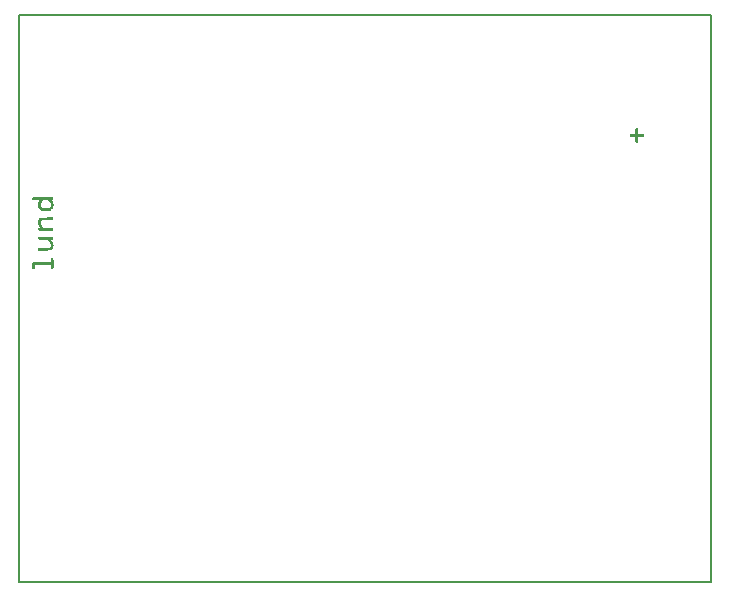
<source format=gto>
G04 MADE WITH FRITZING*
G04 WWW.FRITZING.ORG*
G04 DOUBLE SIDED*
G04 HOLES PLATED*
G04 CONTOUR ON CENTER OF CONTOUR VECTOR*
%ASAXBY*%
%FSLAX23Y23*%
%MOIN*%
%OFA0B0*%
%SFA1.0B1.0*%
%ADD10R,2.317000X1.897310X2.301000X1.881310*%
%ADD11C,0.008000*%
%ADD12R,0.001000X0.001000*%
%LNSILK1*%
G90*
G70*
G54D11*
X4Y1893D02*
X2313Y1893D01*
X2313Y4D01*
X4Y4D01*
X4Y1893D01*
D02*
G54D12*
X2064Y1515D02*
X2066Y1515D01*
X2062Y1514D02*
X2067Y1514D01*
X2061Y1513D02*
X2068Y1513D01*
X2061Y1512D02*
X2069Y1512D01*
X2060Y1511D02*
X2069Y1511D01*
X2060Y1510D02*
X2069Y1510D01*
X2060Y1509D02*
X2069Y1509D01*
X2060Y1508D02*
X2069Y1508D01*
X2060Y1507D02*
X2069Y1507D01*
X2060Y1506D02*
X2069Y1506D01*
X2060Y1505D02*
X2069Y1505D01*
X2060Y1504D02*
X2069Y1504D01*
X2060Y1503D02*
X2069Y1503D01*
X2060Y1502D02*
X2069Y1502D01*
X2060Y1501D02*
X2069Y1501D01*
X2060Y1500D02*
X2069Y1500D01*
X2060Y1499D02*
X2069Y1499D01*
X2060Y1498D02*
X2069Y1498D01*
X2060Y1497D02*
X2069Y1497D01*
X2060Y1496D02*
X2069Y1496D01*
X2043Y1495D02*
X2086Y1495D01*
X2042Y1494D02*
X2088Y1494D01*
X2041Y1493D02*
X2088Y1493D01*
X2041Y1492D02*
X2089Y1492D01*
X2041Y1491D02*
X2089Y1491D01*
X2040Y1490D02*
X2089Y1490D01*
X2041Y1489D02*
X2089Y1489D01*
X2041Y1488D02*
X2089Y1488D01*
X2042Y1487D02*
X2088Y1487D01*
X2043Y1486D02*
X2086Y1486D01*
X2060Y1485D02*
X2069Y1485D01*
X2060Y1484D02*
X2069Y1484D01*
X2060Y1483D02*
X2069Y1483D01*
X2060Y1482D02*
X2069Y1482D01*
X2060Y1481D02*
X2069Y1481D01*
X2060Y1480D02*
X2069Y1480D01*
X2060Y1479D02*
X2069Y1479D01*
X2060Y1478D02*
X2069Y1478D01*
X2060Y1477D02*
X2069Y1477D01*
X2060Y1476D02*
X2069Y1476D01*
X2060Y1475D02*
X2069Y1475D01*
X2060Y1474D02*
X2069Y1474D01*
X2060Y1473D02*
X2069Y1473D01*
X2060Y1472D02*
X2069Y1472D01*
X2060Y1471D02*
X2069Y1471D01*
X2060Y1470D02*
X2069Y1470D01*
X2061Y1469D02*
X2069Y1469D01*
X2061Y1468D02*
X2069Y1468D01*
X2062Y1467D02*
X2068Y1467D01*
X2063Y1466D02*
X2066Y1466D01*
X51Y1284D02*
X117Y1284D01*
X50Y1283D02*
X118Y1283D01*
X50Y1282D02*
X119Y1282D01*
X49Y1281D02*
X119Y1281D01*
X49Y1280D02*
X119Y1280D01*
X49Y1279D02*
X119Y1279D01*
X50Y1278D02*
X119Y1278D01*
X51Y1277D02*
X118Y1277D01*
X52Y1276D02*
X117Y1276D01*
X74Y1275D02*
X86Y1275D01*
X102Y1275D02*
X114Y1275D01*
X74Y1274D02*
X85Y1274D01*
X103Y1274D02*
X115Y1274D01*
X73Y1273D02*
X84Y1273D01*
X104Y1273D02*
X116Y1273D01*
X72Y1272D02*
X83Y1272D01*
X105Y1272D02*
X117Y1272D01*
X71Y1271D02*
X82Y1271D01*
X106Y1271D02*
X117Y1271D01*
X71Y1270D02*
X81Y1270D01*
X107Y1270D02*
X118Y1270D01*
X70Y1269D02*
X80Y1269D01*
X108Y1269D02*
X118Y1269D01*
X70Y1268D02*
X80Y1268D01*
X108Y1268D02*
X119Y1268D01*
X69Y1267D02*
X79Y1267D01*
X109Y1267D02*
X119Y1267D01*
X69Y1266D02*
X78Y1266D01*
X110Y1266D02*
X119Y1266D01*
X69Y1265D02*
X77Y1265D01*
X111Y1265D02*
X119Y1265D01*
X69Y1264D02*
X77Y1264D01*
X111Y1264D02*
X119Y1264D01*
X69Y1263D02*
X77Y1263D01*
X111Y1263D02*
X120Y1263D01*
X69Y1262D02*
X77Y1262D01*
X111Y1262D02*
X120Y1262D01*
X69Y1261D02*
X77Y1261D01*
X111Y1261D02*
X120Y1261D01*
X69Y1260D02*
X77Y1260D01*
X111Y1260D02*
X120Y1260D01*
X69Y1259D02*
X77Y1259D01*
X111Y1259D02*
X120Y1259D01*
X69Y1258D02*
X77Y1258D01*
X111Y1258D02*
X120Y1258D01*
X69Y1257D02*
X77Y1257D01*
X111Y1257D02*
X120Y1257D01*
X69Y1256D02*
X77Y1256D01*
X111Y1256D02*
X120Y1256D01*
X69Y1255D02*
X77Y1255D01*
X111Y1255D02*
X119Y1255D01*
X69Y1254D02*
X77Y1254D01*
X111Y1254D02*
X119Y1254D01*
X69Y1253D02*
X78Y1253D01*
X110Y1253D02*
X119Y1253D01*
X69Y1252D02*
X79Y1252D01*
X109Y1252D02*
X119Y1252D01*
X70Y1251D02*
X80Y1251D01*
X108Y1251D02*
X118Y1251D01*
X70Y1250D02*
X81Y1250D01*
X107Y1250D02*
X118Y1250D01*
X71Y1249D02*
X82Y1249D01*
X106Y1249D02*
X117Y1249D01*
X71Y1248D02*
X117Y1248D01*
X72Y1247D02*
X116Y1247D01*
X73Y1246D02*
X115Y1246D01*
X74Y1245D02*
X114Y1245D01*
X75Y1244D02*
X113Y1244D01*
X76Y1243D02*
X112Y1243D01*
X77Y1242D02*
X111Y1242D01*
X78Y1241D02*
X110Y1241D01*
X80Y1240D02*
X108Y1240D01*
X98Y1218D02*
X117Y1218D01*
X79Y1217D02*
X118Y1217D01*
X76Y1216D02*
X119Y1216D01*
X74Y1215D02*
X119Y1215D01*
X73Y1214D02*
X119Y1214D01*
X72Y1213D02*
X119Y1213D01*
X71Y1212D02*
X119Y1212D01*
X71Y1211D02*
X118Y1211D01*
X70Y1210D02*
X117Y1210D01*
X70Y1209D02*
X103Y1209D01*
X69Y1208D02*
X80Y1208D01*
X69Y1207D02*
X78Y1207D01*
X69Y1206D02*
X78Y1206D01*
X69Y1205D02*
X77Y1205D01*
X69Y1204D02*
X77Y1204D01*
X69Y1203D02*
X77Y1203D01*
X69Y1202D02*
X77Y1202D01*
X69Y1201D02*
X77Y1201D01*
X69Y1200D02*
X77Y1200D01*
X69Y1199D02*
X77Y1199D01*
X69Y1198D02*
X77Y1198D01*
X69Y1197D02*
X77Y1197D01*
X69Y1196D02*
X78Y1196D01*
X69Y1195D02*
X78Y1195D01*
X69Y1194D02*
X79Y1194D01*
X70Y1193D02*
X80Y1193D01*
X70Y1192D02*
X80Y1192D01*
X71Y1191D02*
X81Y1191D01*
X72Y1190D02*
X81Y1190D01*
X72Y1189D02*
X82Y1189D01*
X73Y1188D02*
X83Y1188D01*
X73Y1187D02*
X83Y1187D01*
X74Y1186D02*
X84Y1186D01*
X75Y1185D02*
X85Y1185D01*
X75Y1184D02*
X85Y1184D01*
X76Y1183D02*
X86Y1183D01*
X72Y1182D02*
X117Y1182D01*
X70Y1181D02*
X118Y1181D01*
X69Y1180D02*
X119Y1180D01*
X69Y1179D02*
X119Y1179D01*
X69Y1178D02*
X119Y1178D01*
X69Y1177D02*
X119Y1177D01*
X69Y1176D02*
X119Y1176D01*
X70Y1175D02*
X119Y1175D01*
X71Y1174D02*
X117Y1174D01*
X71Y1152D02*
X117Y1152D01*
X70Y1151D02*
X118Y1151D01*
X69Y1150D02*
X119Y1150D01*
X69Y1149D02*
X119Y1149D01*
X69Y1148D02*
X119Y1148D01*
X69Y1147D02*
X119Y1147D01*
X69Y1146D02*
X119Y1146D01*
X70Y1145D02*
X118Y1145D01*
X71Y1144D02*
X117Y1144D01*
X102Y1143D02*
X112Y1143D01*
X103Y1142D02*
X113Y1142D01*
X103Y1141D02*
X113Y1141D01*
X104Y1140D02*
X114Y1140D01*
X105Y1139D02*
X114Y1139D01*
X105Y1138D02*
X115Y1138D01*
X106Y1137D02*
X116Y1137D01*
X106Y1136D02*
X116Y1136D01*
X107Y1135D02*
X117Y1135D01*
X108Y1134D02*
X118Y1134D01*
X108Y1133D02*
X118Y1133D01*
X109Y1132D02*
X119Y1132D01*
X110Y1131D02*
X119Y1131D01*
X110Y1130D02*
X119Y1130D01*
X111Y1129D02*
X119Y1129D01*
X111Y1128D02*
X119Y1128D01*
X111Y1127D02*
X120Y1127D01*
X111Y1126D02*
X120Y1126D01*
X111Y1125D02*
X120Y1125D01*
X111Y1124D02*
X120Y1124D01*
X111Y1123D02*
X120Y1123D01*
X111Y1122D02*
X120Y1122D01*
X111Y1121D02*
X119Y1121D01*
X111Y1120D02*
X119Y1120D01*
X110Y1119D02*
X119Y1119D01*
X109Y1118D02*
X119Y1118D01*
X97Y1117D02*
X119Y1117D01*
X72Y1116D02*
X118Y1116D01*
X70Y1115D02*
X118Y1115D01*
X69Y1114D02*
X117Y1114D01*
X69Y1113D02*
X116Y1113D01*
X69Y1112D02*
X115Y1112D01*
X69Y1111D02*
X114Y1111D01*
X69Y1110D02*
X113Y1110D01*
X69Y1109D02*
X111Y1109D01*
X70Y1108D02*
X103Y1108D01*
X113Y1081D02*
X117Y1081D01*
X112Y1080D02*
X119Y1080D01*
X112Y1079D02*
X119Y1079D01*
X111Y1078D02*
X119Y1078D01*
X111Y1077D02*
X120Y1077D01*
X111Y1076D02*
X120Y1076D01*
X111Y1075D02*
X120Y1075D01*
X111Y1074D02*
X120Y1074D01*
X111Y1073D02*
X120Y1073D01*
X111Y1072D02*
X120Y1072D01*
X111Y1071D02*
X120Y1071D01*
X111Y1070D02*
X120Y1070D01*
X111Y1069D02*
X120Y1069D01*
X52Y1068D02*
X120Y1068D01*
X51Y1067D02*
X120Y1067D01*
X50Y1066D02*
X120Y1066D01*
X49Y1065D02*
X120Y1065D01*
X49Y1064D02*
X120Y1064D01*
X49Y1063D02*
X120Y1063D01*
X49Y1062D02*
X120Y1062D01*
X49Y1061D02*
X120Y1061D01*
X49Y1060D02*
X120Y1060D01*
X49Y1059D02*
X58Y1059D01*
X111Y1059D02*
X120Y1059D01*
X49Y1058D02*
X57Y1058D01*
X111Y1058D02*
X120Y1058D01*
X49Y1057D02*
X57Y1057D01*
X111Y1057D02*
X120Y1057D01*
X49Y1056D02*
X57Y1056D01*
X111Y1056D02*
X120Y1056D01*
X49Y1055D02*
X57Y1055D01*
X111Y1055D02*
X120Y1055D01*
X49Y1054D02*
X57Y1054D01*
X111Y1054D02*
X120Y1054D01*
X49Y1053D02*
X57Y1053D01*
X111Y1053D02*
X120Y1053D01*
X49Y1052D02*
X57Y1052D01*
X111Y1052D02*
X120Y1052D01*
X49Y1051D02*
X57Y1051D01*
X111Y1051D02*
X120Y1051D01*
X49Y1050D02*
X57Y1050D01*
X111Y1050D02*
X120Y1050D01*
X49Y1049D02*
X57Y1049D01*
X111Y1049D02*
X119Y1049D01*
X50Y1048D02*
X57Y1048D01*
X112Y1048D02*
X119Y1048D01*
X50Y1047D02*
X56Y1047D01*
X113Y1047D02*
X118Y1047D01*
X52Y1046D02*
X55Y1046D01*
X114Y1046D02*
X117Y1046D01*
D02*
G04 End of Silk1*
M02*
</source>
